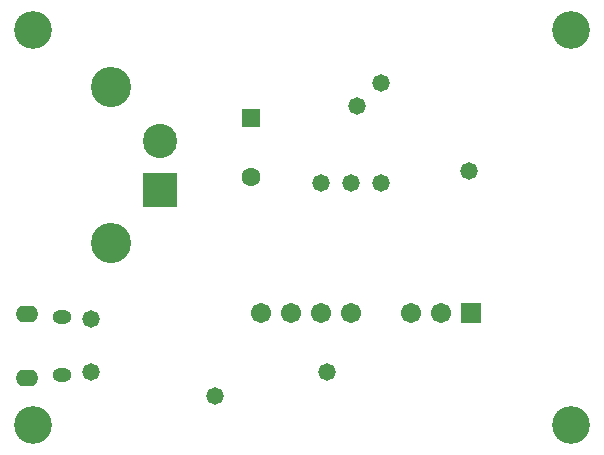
<source format=gbs>
G04*
G04 #@! TF.GenerationSoftware,Altium Limited,Altium Designer,21.7.1 (17)*
G04*
G04 Layer_Color=16711935*
%FSLAX25Y25*%
%MOIN*%
G70*
G04*
G04 #@! TF.SameCoordinates,6A9AB2AD-3E5E-4466-BBF7-A39550D9A4E3*
G04*
G04*
G04 #@! TF.FilePolarity,Negative*
G04*
G01*
G75*
%ADD27R,0.06737X0.06737*%
%ADD28C,0.06737*%
%ADD29O,0.07493X0.05524*%
%ADD30O,0.06312X0.04737*%
%ADD31R,0.11430X0.11430*%
%ADD32C,0.11430*%
%ADD33C,0.13398*%
%ADD34R,0.06312X0.06312*%
%ADD35C,0.06312*%
%ADD36C,0.12611*%
%ADD37C,0.05800*%
D27*
X155905Y47244D02*
D03*
D28*
X145905D02*
D03*
X135906D02*
D03*
X115905D02*
D03*
X105905D02*
D03*
X95906D02*
D03*
X85905D02*
D03*
D29*
X7579Y25492D02*
D03*
Y46949D02*
D03*
D30*
X19508Y26673D02*
D03*
Y45768D02*
D03*
D31*
X52165Y88189D02*
D03*
D32*
Y104724D02*
D03*
D33*
X35630Y122441D02*
D03*
Y70472D02*
D03*
D34*
X82284Y112205D02*
D03*
D35*
Y92520D02*
D03*
D36*
X9843Y141732D02*
D03*
X188976D02*
D03*
Y9843D02*
D03*
X9843D02*
D03*
D37*
X105905Y90551D02*
D03*
X155118Y94488D02*
D03*
X117717Y116142D02*
D03*
X115748Y90551D02*
D03*
X125591Y124016D02*
D03*
Y90551D02*
D03*
X107874Y27559D02*
D03*
X29232Y27461D02*
D03*
Y45177D02*
D03*
X70472Y19685D02*
D03*
M02*

</source>
